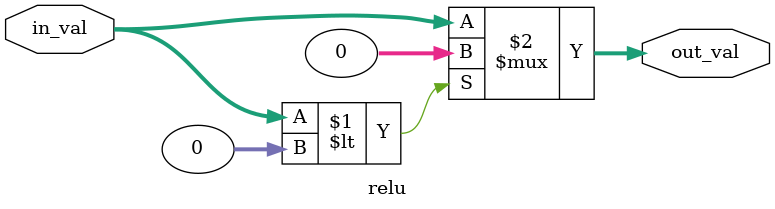
<source format=v>
module relu #(
    parameter DATA_WIDTH = 32
)(
    input signed [DATA_WIDTH-1:0] in_val,
    output signed [DATA_WIDTH-1:0] out_val
);

    assign out_val = (in_val < 0) ? 0 : in_val;

endmodule

</source>
